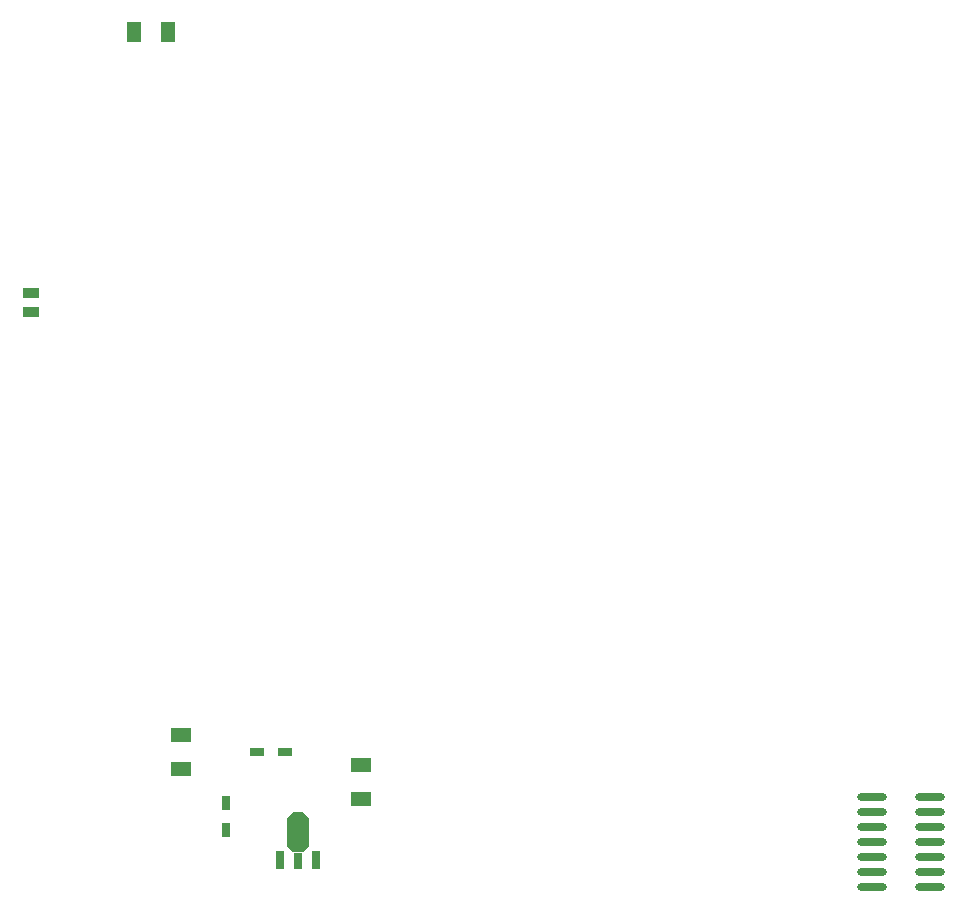
<source format=gbr>
G04 Layer_Color=8421504*
%FSLAX26Y26*%
%MOIN*%
%TF.FileFunction,Paste,Top*%
%TF.Part,Single*%
G01*
G75*
%TA.AperFunction,SMDPad,CuDef*%
%ADD10O,0.098425X0.027559*%
%ADD11R,0.053150X0.037402*%
%ADD12R,0.070866X0.045276*%
%ADD13R,0.045000X0.030000*%
%ADD14R,0.030000X0.045000*%
%ADD15R,0.027559X0.062992*%
%ADD16R,0.031496X0.055118*%
%ADD17R,0.045276X0.070866*%
G36*
X2347402Y562835D02*
Y472284D01*
X2325748Y450630D01*
X2294252D01*
X2272598Y472284D01*
Y562835D01*
X2294252Y584488D01*
X2325748D01*
X2347402Y562835D01*
D02*
G37*
D10*
X4223544Y635000D02*
D03*
Y585000D02*
D03*
Y535000D02*
D03*
Y485000D02*
D03*
Y435000D02*
D03*
Y385000D02*
D03*
Y335000D02*
D03*
X4416456Y635000D02*
D03*
Y585000D02*
D03*
Y535000D02*
D03*
Y485000D02*
D03*
Y435000D02*
D03*
Y385000D02*
D03*
Y335000D02*
D03*
D11*
X1420000Y2253504D02*
D03*
Y2316496D02*
D03*
D12*
X1920000Y727914D02*
D03*
Y842086D02*
D03*
X2520000Y742086D02*
D03*
Y627914D02*
D03*
D13*
X2173740Y785000D02*
D03*
X2266260D02*
D03*
D14*
X2070000Y523740D02*
D03*
Y616260D02*
D03*
D15*
X2369056Y427008D02*
D03*
X2250944D02*
D03*
D16*
X2310000Y423070D02*
D03*
D17*
X1877086Y3185000D02*
D03*
X1762914D02*
D03*
%TF.MD5,DA21FC8826A99D207B52A7B10C149745*%
M02*

</source>
